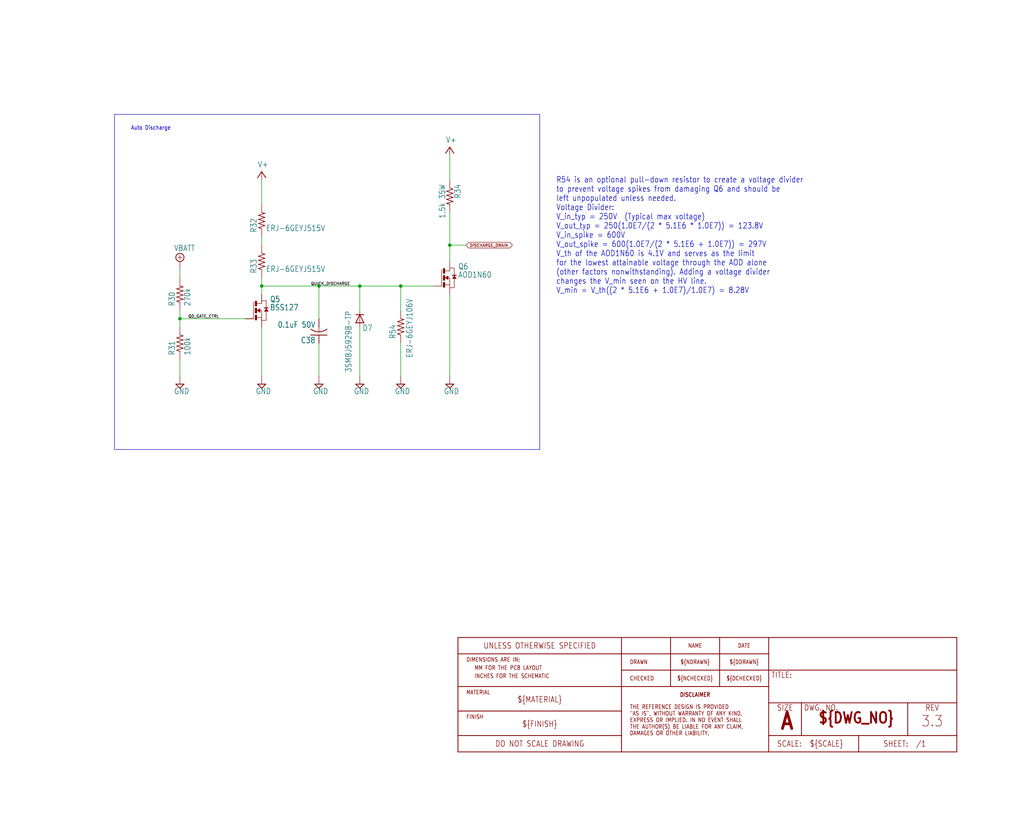
<source format=kicad_sch>
(kicad_sch (version 20230121) (generator eeschema)
  (paper "User" 318.084 254.203)
  (lib_symbols
    (symbol "kicker-eagle-import:AOD1N60"
      (property "Reference" "Q" (at 2.54 2.54 0))
      (symbol "AOD1N60_1_0"
        (rectangle (start -2.032 -2.921) (end -1.524 -1.397) (fill (type outline)))
        (rectangle (start -2.032 -0.762) (end -1.524 0.762) (fill (type outline)))
        (rectangle (start -2.032 1.397) (end -1.524 2.921) (fill (type outline)))
        (polyline (pts (xy -2.54 -2.54) (xy -2.54 2.54)) (stroke (width 0.1524)))
        (polyline (pts (xy -1.524 -2.159) (xy 0 -2.159)) (stroke (width 0.1524)))
        (polyline (pts (xy -1.524 2.159) (xy 0 2.159)) (stroke (width 0.1524)))
        (polyline (pts (xy -0.508 0) (xy 0 0)) (stroke (width 0.1524)))
        (polyline (pts (xy 0 -2.159) (xy 0 -2.54)) (stroke (width 0.1524)))
        (polyline (pts (xy 0 0) (xy 0 -2.159)) (stroke (width 0.1524)))
        (polyline (pts (xy 0 2.159) (xy 0 2.54)) (stroke (width 0.1524)))
        (polyline (pts (xy 0 3.048) (xy 1.397 3.048)) (stroke (width 0.1524)))
        (polyline (pts (xy 1.397 -3.048) (xy 0 -3.048)) (stroke (width 0.1524)))
        (polyline (pts (xy 1.397 -0.254) (xy 1.397 -3.048)) (stroke (width 0.1524)))
        (polyline (pts (xy 1.397 3.048) (xy 1.397 0.762)) (stroke (width 0.1524)))
        (polyline (pts (xy -1.524 0) (xy -0.508 0.635) (xy -0.508 -0.635)) (stroke (width 0.1016)) (fill (type outline)))
        (polyline (pts (xy 1.397 0.762) (xy 2.032 -0.254) (xy 0.762 -0.254)) (stroke (width 0.1016)) (fill (type outline)))
        (rectangle (start 0.762 0.762) (end 2.032 0.889) (fill (type outline)))
        (pin passive line (at -5.08 -2.54 0) (length 2.54) (name "G") (number "1"))
        (pin passive line (at 0 -5.08 90) (length 2.54) (name "S") (number "3"))
        (pin passive line (at 0 5.08 270) (length 2.54) (name "D") (number "FIN"))
      )
    )
    (symbol "kicker-eagle-import:BSS127"
      (property "Reference" "Q" (at 2.54 2.54 0))
      (symbol "BSS127_1_0"
        (rectangle (start -2.032 -2.921) (end -1.524 -1.397) (fill (type outline)))
        (rectangle (start -2.032 -0.762) (end -1.524 0.762) (fill (type outline)))
        (rectangle (start -2.032 1.397) (end -1.524 2.921) (fill (type outline)))
        (polyline (pts (xy -2.54 -2.54) (xy -2.54 2.54)) (stroke (width 0.1524)))
        (polyline (pts (xy -1.524 -2.159) (xy 0 -2.159)) (stroke (width 0.1524)))
        (polyline (pts (xy -1.524 2.159) (xy 0 2.159)) (stroke (width 0.1524)))
        (polyline (pts (xy -0.508 0) (xy 0 0)) (stroke (width 0.1524)))
        (polyline (pts (xy 0 -2.159) (xy 0 -2.54)) (stroke (width 0.1524)))
        (polyline (pts (xy 0 0) (xy 0 -2.159)) (stroke (width 0.1524)))
        (polyline (pts (xy 0 2.159) (xy 0 2.54)) (stroke (width 0.1524)))
        (polyline (pts (xy 0 3.048) (xy 1.397 3.048)) (stroke (width 0.1524)))
        (polyline (pts (xy 1.397 -3.048) (xy 0 -3.048)) (stroke (width 0.1524)))
        (polyline (pts (xy 1.397 -0.254) (xy 1.397 -3.048)) (stroke (width 0.1524)))
        (polyline (pts (xy 1.397 3.048) (xy 1.397 0.762)) (stroke (width 0.1524)))
        (polyline (pts (xy -1.524 0) (xy -0.508 0.635) (xy -0.508 -0.635)) (stroke (width 0.1016)) (fill (type outline)))
        (polyline (pts (xy 1.397 0.762) (xy 2.032 -0.254) (xy 0.762 -0.254)) (stroke (width 0.1016)) (fill (type outline)))
        (rectangle (start 0.762 0.762) (end 2.032 0.889) (fill (type outline)))
        (pin passive line (at -5.08 -2.54 0) (length 2.54) (name "G") (number "1"))
        (pin passive line (at 0 -5.08 90) (length 2.54) (name "S") (number "2"))
        (pin passive line (at 0 5.08 270) (length 2.54) (name "D") (number "3"))
      )
    )
    (symbol "kicker-eagle-import:DIODE-DO214AA"
      (property "Reference" "D" (at -2.54 2.54 0))
      (symbol "DIODE-DO214AA_1_0"
        (polyline (pts (xy -1.27 -1.27) (xy 1.27 0)) (stroke (width 0.254)))
        (polyline (pts (xy -1.27 1.27) (xy -1.27 -1.27)) (stroke (width 0.254)))
        (polyline (pts (xy 1.27 0) (xy -1.27 1.27)) (stroke (width 0.254)))
        (polyline (pts (xy 1.27 0) (xy 1.27 -1.27)) (stroke (width 0.254)))
        (polyline (pts (xy 1.27 1.27) (xy 1.27 0)) (stroke (width 0.254)))
        (pin passive line (at -2.54 0 0) (length 2.54) (name "A") (number "A"))
        (pin passive line (at 2.54 0 180) (length 2.54) (name "C") (number "C"))
      )
    )
    (symbol "kicker-eagle-import:GND" (power)
      (property "Value" "GND" (at -1.905 -3.175 0))
      (symbol "GND_1_0"
        (polyline (pts (xy -1.27 0) (xy 1.27 0)) (stroke (width 0.254)))
        (polyline (pts (xy 0 -1.27) (xy -1.27 0)) (stroke (width 0.254)))
        (polyline (pts (xy 1.27 0) (xy 0 -1.27)) (stroke (width 0.254)))
        (pin power_in line (at 0 2.54 270) (length 2.54) (name "GND") (number "1"))
      )
    )
    (symbol "kicker-eagle-import:PWR263S-35TO-263AB"
      (property "Reference" "R" (at -3.81 1.4986 0))
      (symbol "PWR263S-35TO-263AB_1_0"
        (polyline (pts (xy -2.54 0) (xy -2.159 1.016)) (stroke (width 0.2032)))
        (polyline (pts (xy -2.159 1.016) (xy -1.524 -1.016)) (stroke (width 0.2032)))
        (polyline (pts (xy -1.524 -1.016) (xy -0.889 1.016)) (stroke (width 0.2032)))
        (polyline (pts (xy -0.889 1.016) (xy -0.254 -1.016)) (stroke (width 0.2032)))
        (polyline (pts (xy -0.254 -1.016) (xy 0.381 1.016)) (stroke (width 0.2032)))
        (polyline (pts (xy 0.381 1.016) (xy 1.016 -1.016)) (stroke (width 0.2032)))
        (polyline (pts (xy 1.016 -1.016) (xy 1.651 1.016)) (stroke (width 0.2032)))
        (polyline (pts (xy 1.651 1.016) (xy 2.286 -1.016)) (stroke (width 0.2032)))
        (polyline (pts (xy 2.286 -1.016) (xy 2.54 0)) (stroke (width 0.2032)))
        (pin passive line (at -5.08 0 0) (length 2.54) (name "PIN1") (number "1"))
        (pin passive line (at 5.08 0 180) (length 2.54) (name "PIN2") (number "2"))
      )
    )
    (symbol "kicker-eagle-import:RO_FRAME_A_L_20161226"
      (symbol "RO_FRAME_A_L_20161226_1_0"
        (polyline (pts (xy 0 43.18) (xy 3.81 43.18)))
        (polyline (pts (xy 0 86.36) (xy 3.81 86.36)))
        (polyline (pts (xy 0 129.54) (xy 3.81 129.54)))
        (polyline (pts (xy 0 172.72) (xy 3.81 172.72)))
        (polyline (pts (xy 3.81 3.81) (xy 3.81 212.09)))
        (polyline (pts (xy 46.5667 0) (xy 46.5667 3.81)))
        (polyline (pts (xy 93.1333 0) (xy 93.1333 3.81)))
        (polyline (pts (xy 139.7 0) (xy 139.7 3.81)))
        (polyline (pts (xy 186.2667 0) (xy 186.2667 3.81)))
        (polyline (pts (xy 232.8333 0) (xy 232.8333 3.81)))
        (polyline (pts (xy 275.59 212.09) (xy 3.81 212.09)))
        (polyline (pts (xy 0 0) (xy 279.4 0) (xy 279.4 215.9) (xy 0 215.9) (xy 0 0)))
        (text "1" (at 23.2833 213.995 0) (effects (font (size 2.54 2.286))))
        (text "2" (at 69.85 213.995 0) (effects (font (size 2.54 2.286))))
        (text "3" (at 116.4167 213.995 0) (effects (font (size 2.54 2.286))))
        (text "4" (at 162.9833 213.995 0) (effects (font (size 2.54 2.286))))
        (text "5" (at 209.55 213.995 0) (effects (font (size 2.54 2.286))))
        (text "6" (at 256.1167 213.995 0) (effects (font (size 2.54 2.286))))
        (text "A" (at 1.905 194.31 0) (effects (font (size 2.54 2.286))))
        (text "B" (at 1.905 151.13 0) (effects (font (size 2.54 2.286))))
        (text "C" (at 1.905 107.95 0) (effects (font (size 2.54 2.286))))
        (text "D" (at 1.905 64.77 0) (effects (font (size 2.54 2.286))))
        (text "E" (at 1.905 21.59 0) (effects (font (size 2.54 2.286))))
      )
      (symbol "RO_FRAME_A_L_20161226_2_0"
        (polyline (pts (xy 0 0) (xy 0 5.08)) (stroke (width 0.254)))
        (polyline (pts (xy 0 5.08) (xy 0 12.7)) (stroke (width 0.254)))
        (polyline (pts (xy 0 12.7) (xy 0 20.32)) (stroke (width 0.254)))
        (polyline (pts (xy 0 12.7) (xy 50.8 12.7)) (stroke (width 0.254)))
        (polyline (pts (xy 0 20.32) (xy 0 30.48)) (stroke (width 0.254)))
        (polyline (pts (xy 0 30.48) (xy 0 35.56)) (stroke (width 0.254)))
        (polyline (pts (xy 0 30.48) (xy 50.8 30.48)) (stroke (width 0.254)))
        (polyline (pts (xy 0 35.56) (xy 50.8 35.56)) (stroke (width 0.254)))
        (polyline (pts (xy 50.8 0) (xy 0 0)) (stroke (width 0.254)))
        (polyline (pts (xy 50.8 5.08) (xy 0 5.08)) (stroke (width 0.254)))
        (polyline (pts (xy 50.8 5.08) (xy 50.8 0)) (stroke (width 0.254)))
        (polyline (pts (xy 50.8 12.7) (xy 50.8 5.08)) (stroke (width 0.254)))
        (polyline (pts (xy 50.8 20.32) (xy 0 20.32)) (stroke (width 0.254)))
        (polyline (pts (xy 50.8 20.32) (xy 50.8 12.7)) (stroke (width 0.254)))
        (polyline (pts (xy 50.8 20.32) (xy 50.8 25.4)) (stroke (width 0.254)))
        (polyline (pts (xy 50.8 25.4) (xy 50.8 30.48)) (stroke (width 0.254)))
        (polyline (pts (xy 50.8 25.4) (xy 96.52 25.4)) (stroke (width 0.254)))
        (polyline (pts (xy 50.8 30.48) (xy 96.52 30.48)) (stroke (width 0.254)))
        (polyline (pts (xy 50.8 35.56) (xy 50.8 30.48)) (stroke (width 0.254)))
        (polyline (pts (xy 50.8 35.56) (xy 66.04 35.56)) (stroke (width 0.254)))
        (polyline (pts (xy 66.04 20.32) (xy 50.8 20.32)) (stroke (width 0.254)))
        (polyline (pts (xy 66.04 35.56) (xy 66.04 20.32)) (stroke (width 0.254)))
        (polyline (pts (xy 66.04 35.56) (xy 81.28 35.56)) (stroke (width 0.254)))
        (polyline (pts (xy 81.28 20.32) (xy 66.04 20.32)) (stroke (width 0.254)))
        (polyline (pts (xy 81.28 35.56) (xy 81.28 20.32)) (stroke (width 0.254)))
        (polyline (pts (xy 81.28 35.56) (xy 96.52 35.56)) (stroke (width 0.254)))
        (polyline (pts (xy 96.52 0) (xy 50.8 0)) (stroke (width 0.254)))
        (polyline (pts (xy 96.52 0) (xy 96.52 5.08)) (stroke (width 0.254)))
        (polyline (pts (xy 96.52 5.08) (xy 96.52 15.24)) (stroke (width 0.254)))
        (polyline (pts (xy 96.52 5.08) (xy 106.68 5.08)) (stroke (width 0.254)))
        (polyline (pts (xy 96.52 15.24) (xy 96.52 20.32)) (stroke (width 0.254)))
        (polyline (pts (xy 96.52 15.24) (xy 106.68 15.24)) (stroke (width 0.254)))
        (polyline (pts (xy 96.52 20.32) (xy 81.28 20.32)) (stroke (width 0.254)))
        (polyline (pts (xy 96.52 20.32) (xy 96.52 25.4)) (stroke (width 0.254)))
        (polyline (pts (xy 96.52 25.4) (xy 96.52 30.48)) (stroke (width 0.254)))
        (polyline (pts (xy 96.52 25.4) (xy 154.94 25.4)) (stroke (width 0.254)))
        (polyline (pts (xy 96.52 30.48) (xy 96.52 35.56)) (stroke (width 0.254)))
        (polyline (pts (xy 96.52 35.56) (xy 154.94 35.56)) (stroke (width 0.254)))
        (polyline (pts (xy 106.68 5.08) (xy 124.46 5.08)) (stroke (width 0.254)))
        (polyline (pts (xy 106.68 15.24) (xy 106.68 5.08)) (stroke (width 0.254)))
        (polyline (pts (xy 106.68 15.24) (xy 139.7 15.24)) (stroke (width 0.254)))
        (polyline (pts (xy 124.46 0) (xy 96.52 0)) (stroke (width 0.254)))
        (polyline (pts (xy 124.46 5.08) (xy 124.46 0)) (stroke (width 0.254)))
        (polyline (pts (xy 124.46 5.08) (xy 139.7 5.08)) (stroke (width 0.254)))
        (polyline (pts (xy 139.7 5.08) (xy 154.94 5.08)) (stroke (width 0.254)))
        (polyline (pts (xy 139.7 15.24) (xy 139.7 5.08)) (stroke (width 0.254)))
        (polyline (pts (xy 139.7 15.24) (xy 154.94 15.24)) (stroke (width 0.254)))
        (polyline (pts (xy 154.94 0) (xy 124.46 0)) (stroke (width 0.254)))
        (polyline (pts (xy 154.94 5.08) (xy 154.94 0)) (stroke (width 0.254)))
        (polyline (pts (xy 154.94 15.24) (xy 154.94 5.08)) (stroke (width 0.254)))
        (polyline (pts (xy 154.94 25.4) (xy 154.94 15.24)) (stroke (width 0.254)))
        (polyline (pts (xy 154.94 35.56) (xy 154.94 25.4)) (stroke (width 0.254)))
        (text "${#}/${##}" (at 142.24 2.54 0) (effects (font (size 1.778 1.5113)) (justify left)))
        (text "${DCHECKED}" (at 88.9 22.86 0) (effects (font (size 1.27 1.0795))))
        (text "${DDRAWN}" (at 88.9 27.94 0) (effects (font (size 1.27 1.0795))))
        (text "${DWG_NO}" (at 111.76 8.636 0) (effects (font (size 3.302 2.8067) (thickness 0.5613) bold) (justify left bottom)))
        (text "${FINISH}" (at 25.4 7.62 0) (effects (font (size 1.778 1.5113)) (justify bottom)))
        (text "${MATERIAL}" (at 25.4 15.24 0) (effects (font (size 1.778 1.5113)) (justify bottom)))
        (text "${NCHECKED}" (at 73.66 22.86 0) (effects (font (size 1.27 1.0795))))
        (text "${NDRAWN}" (at 73.66 27.94 0) (effects (font (size 1.27 1.0795))))
        (text "${REV}" (at 147.32 7.62 0) (effects (font (size 3.302 2.8067)) (justify bottom)))
        (text "${SCALE}" (at 109.22 2.54 0) (effects (font (size 1.778 1.5113)) (justify left)))
        (text "${TITLE}" (at 104.14 20.32 0) (effects (font (size 3.302 2.8067)) (justify left)))
        (text "A" (at 99.822 6.604 0) (effects (font (size 5.08 4.318) (thickness 0.8636) bold) (justify left bottom)))
        (text "CHECKED" (at 53.34 22.86 0) (effects (font (size 1.27 1.0795)) (justify left)))
        (text "DATE" (at 88.9 33.02 0) (effects (font (size 1.27 1.0795))))
        (text "DIMENSIONS ARE IN:" (at 2.54 27.94 0) (effects (font (size 1.27 1.0795)) (justify left bottom)))
        (text "DISCLAIMER" (at 73.66 17.78 0) (effects (font (size 1.27 1.0795) (thickness 0.2159) bold)))
        (text "DO NOT SCALE DRAWING" (at 25.4 2.54 0) (effects (font (size 1.778 1.5113))))
        (text "DRAWN" (at 53.34 27.94 0) (effects (font (size 1.27 1.0795)) (justify left)))
        (text "DWG. NO." (at 107.442 12.7 0) (effects (font (size 1.778 1.5113)) (justify left bottom)))
        (text "FINISH" (at 2.54 10.16 0) (effects (font (size 1.27 1.0795)) (justify left bottom)))
        (text "INCHES FOR THE SCHEMATIC" (at 5.08 22.86 0) (effects (font (size 1.27 1.0795)) (justify left bottom)))
        (text "MATERIAL" (at 2.54 17.78 0) (effects (font (size 1.27 1.0795)) (justify left bottom)))
        (text "MM FOR THE PCB LAYOUT" (at 5.08 25.4 0) (effects (font (size 1.27 1.0795)) (justify left bottom)))
        (text "NAME" (at 73.66 33.02 0) (effects (font (size 1.27 1.0795))))
        (text "REV" (at 147.32 12.7 0) (effects (font (size 1.778 1.5113)) (justify bottom)))
        (text "SCALE:" (at 99.06 2.54 0) (effects (font (size 1.778 1.5113)) (justify left)))
        (text "SHEET:" (at 132.08 2.54 0) (effects (font (size 1.778 1.5113)) (justify left)))
        (text "SIZE" (at 101.6 12.7 0) (effects (font (size 1.778 1.5113)) (justify bottom)))
        (text "THE REFERENCE DESIGN IS PROVIDED\n\"AS IS\", WITHOUT WARRANTY OF ANY KIND,\nEXPRESS OR IMPLIED. IN NO EVENT SHALL\nTHE AUTHOR(S) BE LIABLE FOR ANY CLAIM,\nDAMAGES OR OTHER LIABILITY." (at 53.34 5.08 0) (effects (font (size 1.27 1.0795)) (justify left bottom)))
        (text "TITLE:" (at 97.282 22.86 0) (effects (font (size 1.778 1.5113)) (justify left bottom)))
        (text "UNLESS OTHERWISE SPECIFIED" (at 25.4 33.02 0) (effects (font (size 1.778 1.5113))))
      )
    )
    (symbol "kicker-eagle-import:V+" (power)
      (property "Value" "V+" (at -1.27 1.27 0))
      (symbol "V+_1_0"
        (polyline (pts (xy 0 0) (xy -1.27 -1.905)) (stroke (width 0.254)))
        (polyline (pts (xy 1.27 -1.905) (xy 0 0)) (stroke (width 0.254)))
        (pin power_in line (at 0 -2.54 90) (length 2.54) (name "V+") (number "1"))
      )
    )
    (symbol "kicker-eagle-import:VBATT" (power)
      (property "Value" "VBATT" (at -1.905 3.175 0))
      (symbol "VBATT_1_0"
        (polyline (pts (xy -0.635 1.27) (xy 0.635 1.27)) (stroke (width 0.1524)))
        (polyline (pts (xy 0 0.635) (xy 0 1.905)) (stroke (width 0.1524)))
        (circle (center 0 1.27) (radius 1.27) (stroke (width 0.254)))
        (pin power_in line (at 0 -2.54 90) (length 2.54) (name "VBATT") (number "1"))
      )
    )
    (symbol "kicker-eagle-import:rcl_C-USC0603"
      (property "Reference" "C" (at 1.016 0.635 0))
      (symbol "rcl_C-USC0603_1_0"
        (arc (start 0 -1.0161) (mid -1.302 -1.2303) (end -2.4668 -1.8504) (stroke (width 0.254)))
        (polyline (pts (xy -2.54 0) (xy 2.54 0)) (stroke (width 0.254)))
        (polyline (pts (xy 0 -1.016) (xy 0 -2.54)) (stroke (width 0.1524)))
        (arc (start 2.4892 -1.8541) (mid 1.3158 -1.2194) (end 0 -1) (stroke (width 0.254)))
        (pin passive line (at 0 2.54 270) (length 2.54) (name "1") (number "1"))
        (pin passive line (at 0 -5.08 90) (length 2.54) (name "2") (number "2"))
      )
    )
    (symbol "kicker-eagle-import:rcl_R-US_R0603"
      (property "Reference" "R" (at -3.81 1.4986 0))
      (symbol "rcl_R-US_R0603_1_0"
        (polyline (pts (xy -2.54 0) (xy -2.159 1.016)) (stroke (width 0.2032)))
        (polyline (pts (xy -2.159 1.016) (xy -1.524 -1.016)) (stroke (width 0.2032)))
        (polyline (pts (xy -1.524 -1.016) (xy -0.889 1.016)) (stroke (width 0.2032)))
        (polyline (pts (xy -0.889 1.016) (xy -0.254 -1.016)) (stroke (width 0.2032)))
        (polyline (pts (xy -0.254 -1.016) (xy 0.381 1.016)) (stroke (width 0.2032)))
        (polyline (pts (xy 0.381 1.016) (xy 1.016 -1.016)) (stroke (width 0.2032)))
        (polyline (pts (xy 1.016 -1.016) (xy 1.651 1.016)) (stroke (width 0.2032)))
        (polyline (pts (xy 1.651 1.016) (xy 2.286 -1.016)) (stroke (width 0.2032)))
        (polyline (pts (xy 2.286 -1.016) (xy 2.54 0)) (stroke (width 0.2032)))
        (pin passive line (at -5.08 0 0) (length 2.54) (name "1") (number "1"))
        (pin passive line (at 5.08 0 180) (length 2.54) (name "2") (number "2"))
      )
    )
    (symbol "kicker-eagle-import:rcl_R-US_R0805"
      (property "Reference" "R" (at -3.81 1.4986 0))
      (symbol "rcl_R-US_R0805_1_0"
        (polyline (pts (xy -2.54 0) (xy -2.159 1.016)) (stroke (width 0.2032)))
        (polyline (pts (xy -2.159 1.016) (xy -1.524 -1.016)) (stroke (width 0.2032)))
        (polyline (pts (xy -1.524 -1.016) (xy -0.889 1.016)) (stroke (width 0.2032)))
        (polyline (pts (xy -0.889 1.016) (xy -0.254 -1.016)) (stroke (width 0.2032)))
        (polyline (pts (xy -0.254 -1.016) (xy 0.381 1.016)) (stroke (width 0.2032)))
        (polyline (pts (xy 0.381 1.016) (xy 1.016 -1.016)) (stroke (width 0.2032)))
        (polyline (pts (xy 1.016 -1.016) (xy 1.651 1.016)) (stroke (width 0.2032)))
        (polyline (pts (xy 1.651 1.016) (xy 2.286 -1.016)) (stroke (width 0.2032)))
        (polyline (pts (xy 2.286 -1.016) (xy 2.54 0)) (stroke (width 0.2032)))
        (pin passive line (at -5.08 0 0) (length 2.54) (name "1") (number "1"))
        (pin passive line (at 5.08 0 180) (length 2.54) (name "2") (number "2"))
      )
    )
  )
  (junction (at 81.28 88.9))
  (junction (at 124.46 88.9))
  (junction (at 99.06 88.9))
  (junction (at 111.76 88.9))
  (junction (at 55.88 99.06))
  (junction (at 139.7 76.2))
  (wire (pts (xy 81.28 88.9) (xy 81.28 91.44)) (stroke (width 0.1524)))
  (wire (pts (xy 139.7 76.2) (xy 139.7 81.28)) (stroke (width 0.1524)))
  (wire (pts (xy 124.46 88.9) (xy 111.76 88.9)) (stroke (width 0.1524)))
  (polyline (pts (xy 35.56 35.56) (xy 167.64 35.56)) (stroke (width 0.1524) (type solid)))
  (polyline (pts (xy 167.64 139.7) (xy 35.56 139.7)) (stroke (width 0.1524) (type solid)))
  (wire (pts (xy 81.28 86.36) (xy 81.28 88.9)) (stroke (width 0.1524)))
  (wire (pts (xy 81.28 55.88) (xy 81.28 63.5)) (stroke (width 0.1524)))
  (wire (pts (xy 99.06 88.9) (xy 111.76 88.9)) (stroke (width 0.1524)))
  (wire (pts (xy 55.88 111.76) (xy 55.88 116.84)) (stroke (width 0.1524)))
  (wire (pts (xy 55.88 83.82) (xy 55.88 86.36)) (stroke (width 0.1524)))
  (wire (pts (xy 134.62 88.9) (xy 124.46 88.9)) (stroke (width 0.1524)))
  (wire (pts (xy 139.7 91.44) (xy 139.7 116.84)) (stroke (width 0.1524)))
  (wire (pts (xy 99.06 99.06) (xy 99.06 88.9)) (stroke (width 0.1524)))
  (wire (pts (xy 124.46 106.68) (xy 124.46 116.84)) (stroke (width 0.1524)))
  (wire (pts (xy 81.28 101.6) (xy 81.28 116.84)) (stroke (width 0.1524)))
  (wire (pts (xy 111.76 96.52) (xy 111.76 88.9)) (stroke (width 0.1524)))
  (wire (pts (xy 124.46 88.9) (xy 124.46 96.52)) (stroke (width 0.1524)))
  (polyline (pts (xy 35.56 139.7) (xy 35.56 35.56)) (stroke (width 0.1524) (type solid)))
  (wire (pts (xy 139.7 48.26) (xy 139.7 55.88)) (stroke (width 0.1524)))
  (wire (pts (xy 55.88 99.06) (xy 55.88 101.6)) (stroke (width 0.1524)))
  (wire (pts (xy 55.88 96.52) (xy 55.88 99.06)) (stroke (width 0.1524)))
  (polyline (pts (xy 167.64 35.56) (xy 167.64 139.7)) (stroke (width 0.1524) (type solid)))
  (wire (pts (xy 76.2 99.06) (xy 55.88 99.06)) (stroke (width 0.1524)))
  (wire (pts (xy 139.7 66.04) (xy 139.7 76.2)) (stroke (width 0.1524)))
  (wire (pts (xy 139.7 76.2) (xy 144.78 76.2)) (stroke (width 0.1524)))
  (wire (pts (xy 99.06 106.68) (xy 99.06 116.84)) (stroke (width 0.1524)))
  (wire (pts (xy 81.28 88.9) (xy 99.06 88.9)) (stroke (width 0.1524)))
  (wire (pts (xy 111.76 101.6) (xy 111.76 116.84)) (stroke (width 0.1524)))
  (wire (pts (xy 81.28 73.66) (xy 81.28 76.2)) (stroke (width 0.1524)))
  (text "Auto Discharge" (at 40.64 40.64 0) (effects (font (size 1.27 1.0795)) (justify left bottom)))
  (text "R54 is an optional pull-down resistor to create a voltage divider\nto prevent voltage spikes from damaging Q6 and should be\nleft unpopulated unless needed.\nVoltage Divider:\nV_in_typ = 250V  (Typical max voltage)\nV_out_typ = 250(1.0E7/(2 * 5.1E6 * 1.0E7)) = 123.8V\nV_in_spike = 600V\nV_out_spike = 600(1.0E7/(2 * 5.1E6 + 1.0E7)) = 297V\nV_th of the AOD1N60 is 4.1V and serves as the limit\nfor the lowest attainable voltage through the AOD alone\n(other factors nonwithstanding). Adding a voltage divider\nchanges the V_min seen on the HV line.\nV_min = V_th((2 * 5.1E6 + 1.0E7)/1.0E7) = 8.28V" (at 172.72 91.44 0) (effects (font (size 1.778 1.5113)) (justify left bottom)))
  (label "QUICK_DISCHARGE" (at 96.52 88.9 0) (effects (font (size 0.889 0.889))))
  (label "QD_GATE_CTRL" (at 58.42 99.06 0) (effects (font (size 0.889 0.889))))
  (global_label "DISCHARGE_DRAIN" (shape bidirectional) (at 144.78 76.2 0) (effects (font (size 0.889 0.889))) (property "Intersheetrefs" "${INTERSHEET_REFS}" (effects hide)))
  (symbol (lib_id "kicker-eagle-import:GND") (at 81.28 119.38 0) (unit 1)
    (property "Reference" "#SUPPLY55" (effects hide))
    (property "Value" "GND" (at 79.375 122.555 0) (effects (font (size 1.778 1.5113)) (justify left bottom)))
  )
  (symbol (lib_id "kicker-eagle-import:GND") (at 55.88 119.38 0) (unit 1)
    (property "Reference" "#SUPPLY53" (effects hide))
    (property "Value" "GND" (at 53.975 122.555 0) (effects (font (size 1.778 1.5113)) (justify left bottom)))
  )
  (symbol (lib_id "kicker-eagle-import:PWR263S-35TO-263AB") (at 139.7 60.96 270) (unit 1)
    (property "Reference" "R34" (at 141.1986 57.15 0) (effects (font (size 1.778 1.5113)) (justify left bottom)))
    (property "Value" "1.5k 35W" (at 136.398 57.15 0) (effects (font (size 1.778 1.5113)) (justify left bottom)))
    (property "Footprint" "kicker:TO508P1539X450-3" (effects hide))
  )
  (symbol (lib_id "kicker-eagle-import:rcl_R-US_R0805") (at 81.28 68.58 90) (unit 1)
    (property "Reference" "R32" (at 79.7814 72.39 0) (effects (font (size 1.778 1.5113)) (justify left bottom)))
    (property "Value" "ERJ-6GEYJ515V" (at 82.55 71.882 90) (effects (font (size 1.778 1.5113)) (justify right top)))
    (property "Footprint" "kicker:R0805" (effects hide))
  )
  (symbol (lib_id "kicker-eagle-import:GND") (at 124.46 119.38 0) (unit 1)
    (property "Reference" "#SUPPLY111" (effects hide))
    (property "Value" "GND" (at 122.555 122.555 0) (effects (font (size 1.778 1.5113)) (justify left bottom)))
  )
  (symbol (lib_id "kicker-eagle-import:rcl_R-US_R0603") (at 55.88 106.68 90) (unit 1)
    (property "Reference" "R31" (at 54.3814 110.49 0) (effects (font (size 1.778 1.5113)) (justify left bottom)))
    (property "Value" "100k" (at 59.182 110.49 0) (effects (font (size 1.778 1.5113)) (justify left bottom)))
    (property "Footprint" "kicker:R0603" (effects hide))
  )
  (symbol (lib_id "kicker-eagle-import:DIODE-DO214AA") (at 111.76 99.06 270) (mirror x) (unit 1)
    (property "Reference" "D7" (at 112.522 100.965 90) (effects (font (size 1.778 1.5113)) (justify left bottom)))
    (property "Value" "3SMBJ5929B-TP" (at 109.22 96.52 0) (effects (font (size 1.778 1.5113)) (justify right top)))
    (property "Footprint" "kicker:DO214AA" (effects hide))
  )
  (symbol (lib_id "kicker-eagle-import:RO_FRAME_A_L_20161226") (at 142.24 233.68 0) (unit 2)
    (property "Reference" "#FRAME5" (effects hide))
    (property "Value" "RO_FRAME_A_L_20161226" (effects hide))
    (property "REV" "3.3" (effects hide))
  )
  (symbol (lib_id "kicker-eagle-import:rcl_C-USC0603") (at 99.06 104.14 180) (unit 1)
    (property "Reference" "C38" (at 98.044 104.775 0) (effects (font (size 1.778 1.5113)) (justify left bottom)))
    (property "Value" "0.1uF 50V" (at 98.044 99.949 0) (effects (font (size 1.778 1.5113)) (justify left bottom)))
    (property "Footprint" "kicker:C0603" (effects hide))
  )
  (symbol (lib_id "kicker-eagle-import:V+") (at 139.7 45.72 0) (unit 1)
    (property "Reference" "#SUPPLY57" (effects hide))
    (property "Value" "V+" (at 138.43 44.45 0) (effects (font (size 1.778 1.5113)) (justify left bottom)))
  )
  (symbol (lib_id "kicker-eagle-import:rcl_R-US_R0603") (at 55.88 91.44 90) (unit 1)
    (property "Reference" "R30" (at 54.3814 95.25 0) (effects (font (size 1.778 1.5113)) (justify left bottom)))
    (property "Value" "270k" (at 59.182 95.25 0) (effects (font (size 1.778 1.5113)) (justify left bottom)))
    (property "Footprint" "kicker:R0603" (effects hide))
  )
  (symbol (lib_id "kicker-eagle-import:BSS127") (at 81.28 96.52 0) (unit 1)
    (property "Reference" "Q5" (at 83.82 93.98 0) (effects (font (size 1.778 1.5113)) (justify left bottom)))
    (property "Value" "BSS127" (at 83.82 96.52 0) (effects (font (size 1.778 1.5113)) (justify left bottom)))
    (property "Footprint" "kicker:SOT-23-3" (effects hide))
  )
  (symbol (lib_id "kicker-eagle-import:GND") (at 99.06 119.38 0) (unit 1)
    (property "Reference" "#SUPPLY110" (effects hide))
    (property "Value" "GND" (at 97.155 122.555 0) (effects (font (size 1.778 1.5113)) (justify left bottom)))
  )
  (symbol (lib_id "kicker-eagle-import:GND") (at 111.76 119.38 0) (unit 1)
    (property "Reference" "#SUPPLY56" (effects hide))
    (property "Value" "GND" (at 109.855 122.555 0) (effects (font (size 1.778 1.5113)) (justify left bottom)))
  )
  (symbol (lib_id "kicker-eagle-import:VBATT") (at 55.88 81.28 0) (unit 1)
    (property "Reference" "#SUPPLY52" (effects hide))
    (property "Value" "VBATT" (at 53.975 78.105 0) (effects (font (size 1.778 1.5113)) (justify left bottom)))
  )
  (symbol (lib_id "kicker-eagle-import:rcl_R-US_R0805") (at 81.28 81.28 90) (unit 1)
    (property "Reference" "R33" (at 79.7814 85.09 0) (effects (font (size 1.778 1.5113)) (justify left bottom)))
    (property "Value" "ERJ-6GEYJ515V" (at 82.55 84.582 90) (effects (font (size 1.778 1.5113)) (justify right top)))
    (property "Footprint" "kicker:R0805" (effects hide))
  )
  (symbol (lib_id "kicker-eagle-import:V+") (at 81.28 53.34 0) (unit 1)
    (property "Reference" "#SUPPLY54" (effects hide))
    (property "Value" "V+" (at 80.01 52.07 0) (effects (font (size 1.778 1.5113)) (justify left bottom)))
  )
  (symbol (lib_id "kicker-eagle-import:AOD1N60") (at 139.7 86.36 0) (unit 1)
    (property "Reference" "Q6" (at 142.24 83.82 0) (effects (font (size 1.778 1.5113)) (justify left bottom)))
    (property "Value" "AOD1N60" (at 142.24 86.36 0) (effects (font (size 1.778 1.5113)) (justify left bottom)))
    (property "Footprint" "kicker:DPAK" (effects hide))
  )
  (symbol (lib_id "kicker-eagle-import:GND") (at 139.7 119.38 0) (unit 1)
    (property "Reference" "#SUPPLY58" (effects hide))
    (property "Value" "GND" (at 137.795 122.555 0) (effects (font (size 1.778 1.5113)) (justify left bottom)))
  )
  (symbol (lib_id "kicker-eagle-import:rcl_R-US_R0603") (at 124.46 101.6 90) (unit 1)
    (property "Reference" "R54" (at 122.9614 105.41 0) (effects (font (size 1.778 1.5113)) (justify left bottom)))
    (property "Value" "ERJ-6GEYJ106V" (at 126.238 92.71 0) (effects (font (size 1.778 1.5113)) (justify right top)))
    (property "Footprint" "kicker:R0603" (effects hide))
  )
)
</source>
